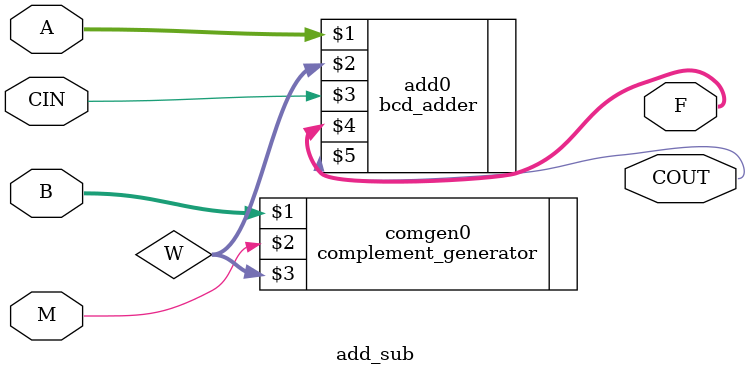
<source format=v>
module add_sub(A, B, CIN, M, F, COUT);
  input [3:0]A,B;
  input CIN,M;
  output [3:0]F;
  output COUT;
  wire [3:0]W;
  complement_generator comgen0(B,M,W);
  bcd_adder add0(A, W, CIN, F, COUT);
endmodule
</source>
